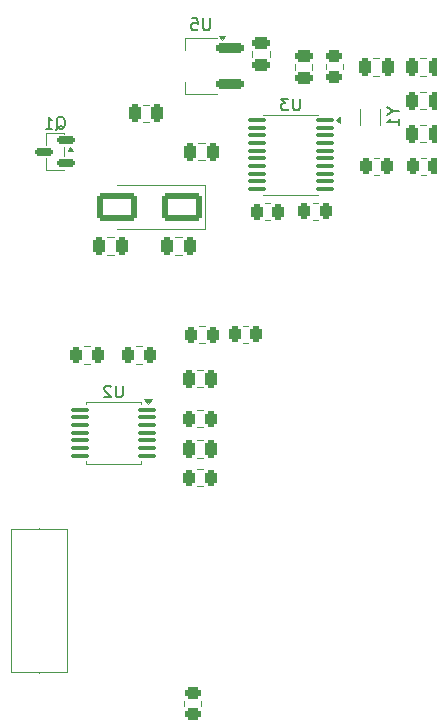
<source format=gbr>
%TF.GenerationSoftware,KiCad,Pcbnew,9.0.6*%
%TF.CreationDate,2025-11-22T08:39:34-08:00*%
%TF.ProjectId,bramble,6272616d-626c-4652-9e6b-696361645f70,rev?*%
%TF.SameCoordinates,Original*%
%TF.FileFunction,Legend,Bot*%
%TF.FilePolarity,Positive*%
%FSLAX46Y46*%
G04 Gerber Fmt 4.6, Leading zero omitted, Abs format (unit mm)*
G04 Created by KiCad (PCBNEW 9.0.6) date 2025-11-22 08:39:34*
%MOMM*%
%LPD*%
G01*
G04 APERTURE LIST*
G04 Aperture macros list*
%AMRoundRect*
0 Rectangle with rounded corners*
0 $1 Rounding radius*
0 $2 $3 $4 $5 $6 $7 $8 $9 X,Y pos of 4 corners*
0 Add a 4 corners polygon primitive as box body*
4,1,4,$2,$3,$4,$5,$6,$7,$8,$9,$2,$3,0*
0 Add four circle primitives for the rounded corners*
1,1,$1+$1,$2,$3*
1,1,$1+$1,$4,$5*
1,1,$1+$1,$6,$7*
1,1,$1+$1,$8,$9*
0 Add four rect primitives between the rounded corners*
20,1,$1+$1,$2,$3,$4,$5,0*
20,1,$1+$1,$4,$5,$6,$7,0*
20,1,$1+$1,$6,$7,$8,$9,0*
20,1,$1+$1,$8,$9,$2,$3,0*%
%AMFreePoly0*
4,1,9,5.362500,-0.866500,1.237500,-0.866500,1.237500,-0.450000,-1.237500,-0.450000,-1.237500,0.450000,1.237500,0.450000,1.237500,0.866500,5.362500,0.866500,5.362500,-0.866500,5.362500,-0.866500,$1*%
G04 Aperture macros list end*
%ADD10C,0.150000*%
%ADD11C,0.120000*%
%ADD12RoundRect,0.250000X-0.262500X-0.450000X0.262500X-0.450000X0.262500X0.450000X-0.262500X0.450000X0*%
%ADD13RoundRect,0.250000X-0.250000X-0.475000X0.250000X-0.475000X0.250000X0.475000X-0.250000X0.475000X0*%
%ADD14R,1.800000X1.000000*%
%ADD15RoundRect,0.150000X0.587500X0.150000X-0.587500X0.150000X-0.587500X-0.150000X0.587500X-0.150000X0*%
%ADD16R,1.800000X1.800000*%
%ADD17C,1.800000*%
%ADD18C,2.400000*%
%ADD19RoundRect,0.100000X0.637500X0.100000X-0.637500X0.100000X-0.637500X-0.100000X0.637500X-0.100000X0*%
%ADD20RoundRect,0.250000X-0.450000X0.262500X-0.450000X-0.262500X0.450000X-0.262500X0.450000X0.262500X0*%
%ADD21C,5.000000*%
%ADD22RoundRect,0.250000X0.450000X-0.262500X0.450000X0.262500X-0.450000X0.262500X-0.450000X-0.262500X0*%
%ADD23RoundRect,0.250000X0.262500X0.450000X-0.262500X0.450000X-0.262500X-0.450000X0.262500X-0.450000X0*%
%ADD24RoundRect,0.250000X0.250000X0.475000X-0.250000X0.475000X-0.250000X-0.475000X0.250000X-0.475000X0*%
%ADD25C,1.200000*%
%ADD26RoundRect,0.250000X0.600000X0.725000X-0.600000X0.725000X-0.600000X-0.725000X0.600000X-0.725000X0*%
%ADD27O,1.700000X1.950000*%
%ADD28RoundRect,0.250001X1.412499X0.949999X-1.412499X0.949999X-1.412499X-0.949999X1.412499X-0.949999X0*%
%ADD29RoundRect,0.225000X0.925000X0.225000X-0.925000X0.225000X-0.925000X-0.225000X0.925000X-0.225000X0*%
%ADD30FreePoly0,180.000000*%
%ADD31R,1.700000X1.700000*%
%ADD32C,1.700000*%
%ADD33C,0.650000*%
%ADD34RoundRect,0.250000X0.725000X-0.600000X0.725000X0.600000X-0.725000X0.600000X-0.725000X-0.600000X0*%
%ADD35O,1.950000X1.700000*%
%ADD36RoundRect,0.250000X-0.475000X0.250000X-0.475000X-0.250000X0.475000X-0.250000X0.475000X0.250000X0*%
G04 APERTURE END LIST*
D10*
X45203628Y-24576309D02*
X45679819Y-24576309D01*
X44679819Y-24242976D02*
X45203628Y-24576309D01*
X45203628Y-24576309D02*
X44679819Y-24909642D01*
X45679819Y-25766785D02*
X45679819Y-25195357D01*
X45679819Y-25481071D02*
X44679819Y-25481071D01*
X44679819Y-25481071D02*
X44822676Y-25385833D01*
X44822676Y-25385833D02*
X44917914Y-25290595D01*
X44917914Y-25290595D02*
X44965533Y-25195357D01*
X16645238Y-26150057D02*
X16740476Y-26102438D01*
X16740476Y-26102438D02*
X16835714Y-26007200D01*
X16835714Y-26007200D02*
X16978571Y-25864342D01*
X16978571Y-25864342D02*
X17073809Y-25816723D01*
X17073809Y-25816723D02*
X17169047Y-25816723D01*
X17121428Y-26054819D02*
X17216666Y-26007200D01*
X17216666Y-26007200D02*
X17311904Y-25911961D01*
X17311904Y-25911961D02*
X17359523Y-25721485D01*
X17359523Y-25721485D02*
X17359523Y-25388152D01*
X17359523Y-25388152D02*
X17311904Y-25197676D01*
X17311904Y-25197676D02*
X17216666Y-25102438D01*
X17216666Y-25102438D02*
X17121428Y-25054819D01*
X17121428Y-25054819D02*
X16930952Y-25054819D01*
X16930952Y-25054819D02*
X16835714Y-25102438D01*
X16835714Y-25102438D02*
X16740476Y-25197676D01*
X16740476Y-25197676D02*
X16692857Y-25388152D01*
X16692857Y-25388152D02*
X16692857Y-25721485D01*
X16692857Y-25721485D02*
X16740476Y-25911961D01*
X16740476Y-25911961D02*
X16835714Y-26007200D01*
X16835714Y-26007200D02*
X16930952Y-26054819D01*
X16930952Y-26054819D02*
X17121428Y-26054819D01*
X15740476Y-26054819D02*
X16311904Y-26054819D01*
X16026190Y-26054819D02*
X16026190Y-25054819D01*
X16026190Y-25054819D02*
X16121428Y-25197676D01*
X16121428Y-25197676D02*
X16216666Y-25292914D01*
X16216666Y-25292914D02*
X16311904Y-25340533D01*
X37261904Y-23504819D02*
X37261904Y-24314342D01*
X37261904Y-24314342D02*
X37214285Y-24409580D01*
X37214285Y-24409580D02*
X37166666Y-24457200D01*
X37166666Y-24457200D02*
X37071428Y-24504819D01*
X37071428Y-24504819D02*
X36880952Y-24504819D01*
X36880952Y-24504819D02*
X36785714Y-24457200D01*
X36785714Y-24457200D02*
X36738095Y-24409580D01*
X36738095Y-24409580D02*
X36690476Y-24314342D01*
X36690476Y-24314342D02*
X36690476Y-23504819D01*
X36309523Y-23504819D02*
X35690476Y-23504819D01*
X35690476Y-23504819D02*
X36023809Y-23885771D01*
X36023809Y-23885771D02*
X35880952Y-23885771D01*
X35880952Y-23885771D02*
X35785714Y-23933390D01*
X35785714Y-23933390D02*
X35738095Y-23981009D01*
X35738095Y-23981009D02*
X35690476Y-24076247D01*
X35690476Y-24076247D02*
X35690476Y-24314342D01*
X35690476Y-24314342D02*
X35738095Y-24409580D01*
X35738095Y-24409580D02*
X35785714Y-24457200D01*
X35785714Y-24457200D02*
X35880952Y-24504819D01*
X35880952Y-24504819D02*
X36166666Y-24504819D01*
X36166666Y-24504819D02*
X36261904Y-24457200D01*
X36261904Y-24457200D02*
X36309523Y-24409580D01*
X29649404Y-16704819D02*
X29649404Y-17514342D01*
X29649404Y-17514342D02*
X29601785Y-17609580D01*
X29601785Y-17609580D02*
X29554166Y-17657200D01*
X29554166Y-17657200D02*
X29458928Y-17704819D01*
X29458928Y-17704819D02*
X29268452Y-17704819D01*
X29268452Y-17704819D02*
X29173214Y-17657200D01*
X29173214Y-17657200D02*
X29125595Y-17609580D01*
X29125595Y-17609580D02*
X29077976Y-17514342D01*
X29077976Y-17514342D02*
X29077976Y-16704819D01*
X28125595Y-16704819D02*
X28601785Y-16704819D01*
X28601785Y-16704819D02*
X28649404Y-17181009D01*
X28649404Y-17181009D02*
X28601785Y-17133390D01*
X28601785Y-17133390D02*
X28506547Y-17085771D01*
X28506547Y-17085771D02*
X28268452Y-17085771D01*
X28268452Y-17085771D02*
X28173214Y-17133390D01*
X28173214Y-17133390D02*
X28125595Y-17181009D01*
X28125595Y-17181009D02*
X28077976Y-17276247D01*
X28077976Y-17276247D02*
X28077976Y-17514342D01*
X28077976Y-17514342D02*
X28125595Y-17609580D01*
X28125595Y-17609580D02*
X28173214Y-17657200D01*
X28173214Y-17657200D02*
X28268452Y-17704819D01*
X28268452Y-17704819D02*
X28506547Y-17704819D01*
X28506547Y-17704819D02*
X28601785Y-17657200D01*
X28601785Y-17657200D02*
X28649404Y-17609580D01*
X22261904Y-47804819D02*
X22261904Y-48614342D01*
X22261904Y-48614342D02*
X22214285Y-48709580D01*
X22214285Y-48709580D02*
X22166666Y-48757200D01*
X22166666Y-48757200D02*
X22071428Y-48804819D01*
X22071428Y-48804819D02*
X21880952Y-48804819D01*
X21880952Y-48804819D02*
X21785714Y-48757200D01*
X21785714Y-48757200D02*
X21738095Y-48709580D01*
X21738095Y-48709580D02*
X21690476Y-48614342D01*
X21690476Y-48614342D02*
X21690476Y-47804819D01*
X21261904Y-47900057D02*
X21214285Y-47852438D01*
X21214285Y-47852438D02*
X21119047Y-47804819D01*
X21119047Y-47804819D02*
X20880952Y-47804819D01*
X20880952Y-47804819D02*
X20785714Y-47852438D01*
X20785714Y-47852438D02*
X20738095Y-47900057D01*
X20738095Y-47900057D02*
X20690476Y-47995295D01*
X20690476Y-47995295D02*
X20690476Y-48090533D01*
X20690476Y-48090533D02*
X20738095Y-48233390D01*
X20738095Y-48233390D02*
X21309523Y-48804819D01*
X21309523Y-48804819D02*
X20690476Y-48804819D01*
D11*
%TO.C,R8*%
X28772936Y-42765000D02*
X29227064Y-42765000D01*
X28772936Y-44235000D02*
X29227064Y-44235000D01*
%TO.C,C1*%
X28578748Y-52435000D02*
X29101252Y-52435000D01*
X28578748Y-53905000D02*
X29101252Y-53905000D01*
%TO.C,Y1*%
X42350000Y-25727500D02*
X42350000Y-24377500D01*
X44100000Y-25727500D02*
X44100000Y-24377500D01*
%TO.C,Q1*%
X15790000Y-26440000D02*
X15790000Y-27440000D01*
X15790000Y-28560000D02*
X15790000Y-29560000D01*
X15790000Y-29560000D02*
X17310000Y-29560000D01*
X17310000Y-26440000D02*
X15790000Y-26440000D01*
X17310000Y-26490000D02*
X17310000Y-26440000D01*
X17310000Y-28390000D02*
X17310000Y-27610000D01*
X17310000Y-29560000D02*
X17310000Y-29510000D01*
X18090000Y-27950000D02*
X17610000Y-27950000D01*
X17850000Y-27620000D01*
X18090000Y-27950000D01*
G36*
X18090000Y-27950000D02*
G01*
X17610000Y-27950000D01*
X17850000Y-27620000D01*
X18090000Y-27950000D01*
G37*
%TO.C,R6*%
X15200000Y-59820000D02*
X15200000Y-59930000D01*
X15200000Y-72180000D02*
X15200000Y-72070000D01*
X12830000Y-59930000D02*
X17570000Y-59930000D01*
X17570000Y-72070000D01*
X12830000Y-72070000D01*
X12830000Y-59930000D01*
%TO.C,U3*%
X34190000Y-31635000D02*
X38810000Y-31635000D01*
X38810000Y-24865000D02*
X34190000Y-24865000D01*
X40690000Y-25560000D02*
X40360000Y-25320000D01*
X40690000Y-25080000D01*
X40690000Y-25560000D01*
G36*
X40690000Y-25560000D02*
G01*
X40360000Y-25320000D01*
X40690000Y-25080000D01*
X40690000Y-25560000D01*
G37*
%TO.C,R3*%
X27465000Y-74482936D02*
X27465000Y-74937064D01*
X28935000Y-74482936D02*
X28935000Y-74937064D01*
%TO.C,R11*%
X39465000Y-21027064D02*
X39465000Y-20572936D01*
X40935000Y-21027064D02*
X40935000Y-20572936D01*
%TO.C,R4*%
X23897064Y-44465000D02*
X23442936Y-44465000D01*
X23897064Y-45935000D02*
X23442936Y-45935000D01*
%TO.C,R10*%
X29057064Y-54875000D02*
X28602936Y-54875000D01*
X29057064Y-56345000D02*
X28602936Y-56345000D01*
%TO.C,R1*%
X43977064Y-28515000D02*
X43522936Y-28515000D01*
X43977064Y-29985000D02*
X43522936Y-29985000D01*
%TO.C,C8*%
X21511252Y-35265000D02*
X20988748Y-35265000D01*
X21511252Y-36735000D02*
X20988748Y-36735000D01*
%TO.C,R9*%
X19487064Y-44465000D02*
X19032936Y-44465000D01*
X19487064Y-45935000D02*
X19032936Y-45935000D01*
%TO.C,Y3*%
X21790000Y-30790000D02*
X29235000Y-30790000D01*
X29235000Y-30790000D02*
X29235000Y-34510000D01*
X29235000Y-34510000D02*
X21790000Y-34510000D01*
%TO.C,R2*%
X47522936Y-28515000D02*
X47977064Y-28515000D01*
X47522936Y-29985000D02*
X47977064Y-29985000D01*
%TO.C,U5*%
X27527500Y-19370000D02*
X27527500Y-18390000D01*
X27527500Y-22130000D02*
X27527500Y-23110000D01*
X27527500Y-23110000D02*
X30247500Y-23110000D01*
X30107500Y-18390000D02*
X27527500Y-18390000D01*
X30247500Y-18390000D02*
X27527500Y-18390000D01*
X30657500Y-18540000D02*
X30417500Y-18210000D01*
X30897500Y-18210000D01*
X30657500Y-18540000D01*
G36*
X30657500Y-18540000D02*
G01*
X30417500Y-18210000D01*
X30897500Y-18210000D01*
X30657500Y-18540000D01*
G37*
%TO.C,R22*%
X38802064Y-32315000D02*
X38347936Y-32315000D01*
X38802064Y-33785000D02*
X38347936Y-33785000D01*
%TO.C,C21*%
X43488748Y-20090000D02*
X44011252Y-20090000D01*
X43488748Y-21560000D02*
X44011252Y-21560000D01*
%TO.C,C5*%
X47468748Y-22941667D02*
X47991252Y-22941667D01*
X47468748Y-24411667D02*
X47991252Y-24411667D01*
%TO.C,U2*%
X19190000Y-49190000D02*
X19190000Y-49390000D01*
X19190000Y-54210000D02*
X19190000Y-54410000D01*
X19190000Y-54410000D02*
X23810000Y-54410000D01*
X23810000Y-49190000D02*
X19190000Y-49190000D01*
X23810000Y-49390000D02*
X23810000Y-49190000D01*
X23810000Y-54410000D02*
X23810000Y-54210000D01*
X24450000Y-49390000D02*
X24110000Y-48920000D01*
X24790000Y-48920000D01*
X24450000Y-49390000D01*
G36*
X24450000Y-49390000D02*
G01*
X24110000Y-48920000D01*
X24790000Y-48920000D01*
X24450000Y-49390000D01*
G37*
%TO.C,C22*%
X47463748Y-20090000D02*
X47986252Y-20090000D01*
X47463748Y-21560000D02*
X47986252Y-21560000D01*
%TO.C,R7*%
X32887064Y-42725000D02*
X32432936Y-42725000D01*
X32887064Y-44195000D02*
X32432936Y-44195000D01*
%TO.C,C23*%
X23988748Y-24015000D02*
X24511252Y-24015000D01*
X23988748Y-25485000D02*
X24511252Y-25485000D01*
%TO.C,C2*%
X28538748Y-46490000D02*
X29061252Y-46490000D01*
X28538748Y-47960000D02*
X29061252Y-47960000D01*
%TO.C,R23*%
X34777064Y-32340000D02*
X34322936Y-32340000D01*
X34777064Y-33810000D02*
X34322936Y-33810000D01*
%TO.C,C6*%
X36865000Y-20558748D02*
X36865000Y-21081252D01*
X38335000Y-20558748D02*
X38335000Y-21081252D01*
%TO.C,C3*%
X47468748Y-25743333D02*
X47991252Y-25743333D01*
X47468748Y-27213333D02*
X47991252Y-27213333D01*
%TO.C,R5*%
X29052064Y-49865000D02*
X28597936Y-49865000D01*
X29052064Y-51335000D02*
X28597936Y-51335000D01*
%TO.C,C24*%
X34735000Y-19488748D02*
X34735000Y-20011252D01*
X33265000Y-19488748D02*
X33265000Y-20011252D01*
%TO.C,C4*%
X29211252Y-27265000D02*
X28688748Y-27265000D01*
X29211252Y-28735000D02*
X28688748Y-28735000D01*
%TO.C,C9*%
X27261252Y-35265000D02*
X26738748Y-35265000D01*
X27261252Y-36735000D02*
X26738748Y-36735000D01*
%TD*%
%LPC*%
D12*
%TO.C,R8*%
X28087500Y-43500000D03*
X29912500Y-43500000D03*
%TD*%
D13*
%TO.C,C1*%
X27890000Y-53170000D03*
X29790000Y-53170000D03*
%TD*%
D14*
%TO.C,Y1*%
X43225000Y-23802500D03*
X43225000Y-26302500D03*
%TD*%
D15*
%TO.C,Q1*%
X17487500Y-27050000D03*
X17487500Y-28950000D03*
X15612500Y-28000000D03*
%TD*%
D16*
%TO.C,D1*%
X52660000Y-40000000D03*
D17*
X55200000Y-40000000D03*
X57740000Y-40000000D03*
%TD*%
D18*
%TO.C,R6*%
X15200000Y-58380000D03*
X15200000Y-73620000D03*
%TD*%
D19*
%TO.C,U3*%
X39362500Y-25325000D03*
X39362500Y-25975000D03*
X39362500Y-26625000D03*
X39362500Y-27275000D03*
X39362500Y-27925000D03*
X39362500Y-28575000D03*
X39362500Y-29225000D03*
X39362500Y-29875000D03*
X39362500Y-30525000D03*
X39362500Y-31175000D03*
X33637500Y-31175000D03*
X33637500Y-30525000D03*
X33637500Y-29875000D03*
X33637500Y-29225000D03*
X33637500Y-28575000D03*
X33637500Y-27925000D03*
X33637500Y-27275000D03*
X33637500Y-26625000D03*
X33637500Y-25975000D03*
X33637500Y-25325000D03*
%TD*%
D20*
%TO.C,R3*%
X28200000Y-73797500D03*
X28200000Y-75622500D03*
%TD*%
D21*
%TO.C,U$4*%
X16750000Y-17000000D03*
%TD*%
D22*
%TO.C,R11*%
X40200000Y-21712500D03*
X40200000Y-19887500D03*
%TD*%
D23*
%TO.C,R4*%
X24582500Y-45200000D03*
X22757500Y-45200000D03*
%TD*%
D21*
%TO.C,U$2*%
X16750000Y-79500000D03*
%TD*%
D23*
%TO.C,R10*%
X29742500Y-55610000D03*
X27917500Y-55610000D03*
%TD*%
%TO.C,R1*%
X44662500Y-29250000D03*
X42837500Y-29250000D03*
%TD*%
D24*
%TO.C,C8*%
X22200000Y-36000000D03*
X20300000Y-36000000D03*
%TD*%
D25*
%TO.C,J6*%
X32300000Y-77725000D03*
D26*
X30700000Y-79725000D03*
D27*
X28200000Y-79725000D03*
X25700000Y-79725000D03*
%TD*%
D23*
%TO.C,R9*%
X20172500Y-45200000D03*
X18347500Y-45200000D03*
%TD*%
D28*
%TO.C,Y3*%
X27312500Y-32650000D03*
X21787500Y-32650000D03*
%TD*%
D12*
%TO.C,R2*%
X46837500Y-29250000D03*
X48662500Y-29250000D03*
%TD*%
D29*
%TO.C,U5*%
X31337500Y-19250000D03*
D30*
X31250000Y-20750000D03*
D29*
X31337500Y-22250000D03*
%TD*%
D21*
%TO.C,U$3*%
X56750000Y-17000000D03*
%TD*%
D31*
%TO.C,J7*%
X35820000Y-80925000D03*
D32*
X35820000Y-78385000D03*
X38360000Y-80925000D03*
X38360000Y-78385000D03*
X40900000Y-80925000D03*
X40900000Y-78385000D03*
X43440000Y-80925000D03*
X43440000Y-78385000D03*
X45980000Y-80925000D03*
X45980000Y-78385000D03*
X48520000Y-80925000D03*
X48520000Y-78385000D03*
%TD*%
D33*
%TO.C,J3*%
X39640000Y-15195000D03*
X33860000Y-15195000D03*
%TD*%
D31*
%TO.C,J2*%
X52470000Y-44951250D03*
D32*
X55010000Y-44951250D03*
X57550000Y-44951250D03*
%TD*%
D34*
%TO.C,J1*%
X56050000Y-72433750D03*
D35*
X56050000Y-69933750D03*
X56050000Y-67433750D03*
X56050000Y-64933750D03*
X56050000Y-62433750D03*
%TD*%
D21*
%TO.C,U$1*%
X56750000Y-79500000D03*
%TD*%
D23*
%TO.C,R22*%
X39487500Y-33050000D03*
X37662500Y-33050000D03*
%TD*%
D13*
%TO.C,C21*%
X42800000Y-20825000D03*
X44700000Y-20825000D03*
%TD*%
%TO.C,C5*%
X46780000Y-23676667D03*
X48680000Y-23676667D03*
%TD*%
D19*
%TO.C,U2*%
X24362500Y-49850000D03*
X24362500Y-50500000D03*
X24362500Y-51150000D03*
X24362500Y-51800000D03*
X24362500Y-52450000D03*
X24362500Y-53100000D03*
X24362500Y-53750000D03*
X18637500Y-53750000D03*
X18637500Y-53100000D03*
X18637500Y-52450000D03*
X18637500Y-51800000D03*
X18637500Y-51150000D03*
X18637500Y-50500000D03*
X18637500Y-49850000D03*
%TD*%
D13*
%TO.C,C22*%
X46775000Y-20825000D03*
X48675000Y-20825000D03*
%TD*%
D23*
%TO.C,R7*%
X33572500Y-43460000D03*
X31747500Y-43460000D03*
%TD*%
D13*
%TO.C,C23*%
X23300000Y-24750000D03*
X25200000Y-24750000D03*
%TD*%
%TO.C,C2*%
X27850000Y-47225000D03*
X29750000Y-47225000D03*
%TD*%
D23*
%TO.C,R23*%
X35462500Y-33075000D03*
X33637500Y-33075000D03*
%TD*%
D36*
%TO.C,C6*%
X37600000Y-19870000D03*
X37600000Y-21770000D03*
%TD*%
D13*
%TO.C,C3*%
X46780000Y-26478333D03*
X48680000Y-26478333D03*
%TD*%
D23*
%TO.C,R5*%
X29737500Y-50600000D03*
X27912500Y-50600000D03*
%TD*%
D36*
%TO.C,C24*%
X34000000Y-20700000D03*
X34000000Y-18800000D03*
%TD*%
D24*
%TO.C,C4*%
X29900000Y-28000000D03*
X28000000Y-28000000D03*
%TD*%
%TO.C,C9*%
X27950000Y-36000000D03*
X26050000Y-36000000D03*
%TD*%
%LPD*%
M02*

</source>
